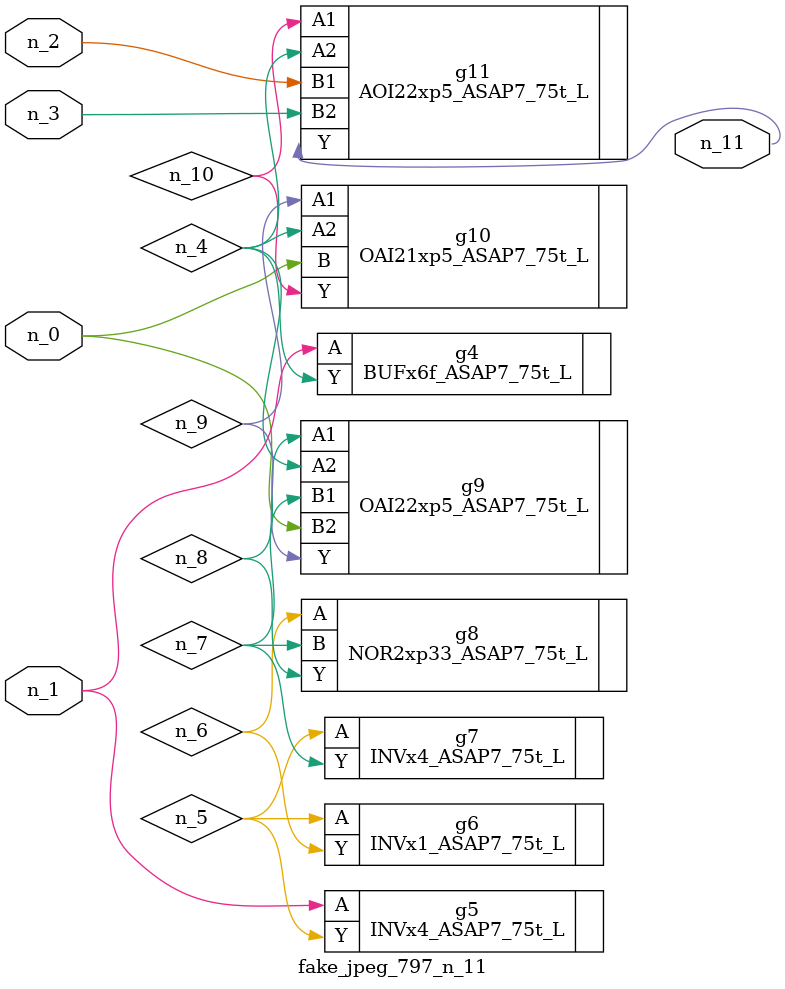
<source format=v>
module fake_jpeg_797_n_11 (n_0, n_3, n_2, n_1, n_11);

input n_0;
input n_3;
input n_2;
input n_1;

output n_11;

wire n_10;
wire n_4;
wire n_8;
wire n_9;
wire n_6;
wire n_5;
wire n_7;

BUFx6f_ASAP7_75t_L g4 ( 
.A(n_1),
.Y(n_4)
);

INVx4_ASAP7_75t_L g5 ( 
.A(n_1),
.Y(n_5)
);

INVx1_ASAP7_75t_L g6 ( 
.A(n_5),
.Y(n_6)
);

NOR2xp33_ASAP7_75t_L g8 ( 
.A(n_6),
.B(n_7),
.Y(n_8)
);

INVx4_ASAP7_75t_L g7 ( 
.A(n_5),
.Y(n_7)
);

OAI22xp5_ASAP7_75t_L g9 ( 
.A1(n_8),
.A2(n_4),
.B1(n_7),
.B2(n_0),
.Y(n_9)
);

OAI21xp5_ASAP7_75t_L g10 ( 
.A1(n_9),
.A2(n_4),
.B(n_0),
.Y(n_10)
);

AOI22xp5_ASAP7_75t_L g11 ( 
.A1(n_10),
.A2(n_4),
.B1(n_2),
.B2(n_3),
.Y(n_11)
);


endmodule
</source>
